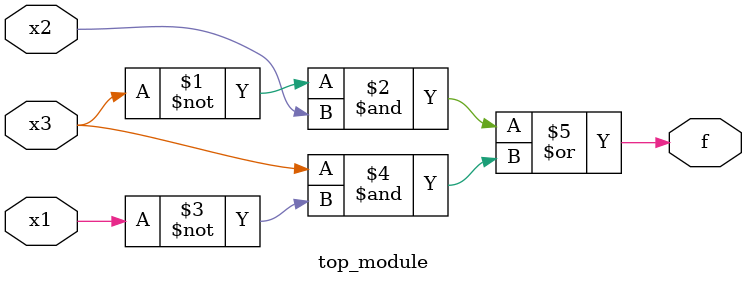
<source format=sv>
module top_module(
	input x3,
	input x2,
	input x1,
	output f
);

	assign f = (~x3 & x2) | (x3 & ~x1);
	
endmodule

</source>
